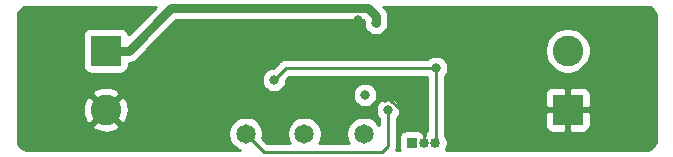
<source format=gbr>
%TF.GenerationSoftware,KiCad,Pcbnew,(5.1.10)-1*%
%TF.CreationDate,2021-06-27T21:28:02-04:00*%
%TF.ProjectId,PWM_Generator,50574d5f-4765-46e6-9572-61746f722e6b,rev?*%
%TF.SameCoordinates,Original*%
%TF.FileFunction,Copper,L2,Bot*%
%TF.FilePolarity,Positive*%
%FSLAX46Y46*%
G04 Gerber Fmt 4.6, Leading zero omitted, Abs format (unit mm)*
G04 Created by KiCad (PCBNEW (5.1.10)-1) date 2021-06-27 21:28:02*
%MOMM*%
%LPD*%
G01*
G04 APERTURE LIST*
%TA.AperFunction,ComponentPad*%
%ADD10O,0.850000X0.850000*%
%TD*%
%TA.AperFunction,ComponentPad*%
%ADD11R,0.850000X0.850000*%
%TD*%
%TA.AperFunction,ComponentPad*%
%ADD12C,1.651000*%
%TD*%
%TA.AperFunction,ComponentPad*%
%ADD13C,2.600000*%
%TD*%
%TA.AperFunction,ComponentPad*%
%ADD14R,2.600000X2.600000*%
%TD*%
%TA.AperFunction,ViaPad*%
%ADD15C,0.800000*%
%TD*%
%TA.AperFunction,Conductor*%
%ADD16C,0.762000*%
%TD*%
%TA.AperFunction,Conductor*%
%ADD17C,0.250000*%
%TD*%
%TA.AperFunction,Conductor*%
%ADD18C,0.254000*%
%TD*%
%TA.AperFunction,Conductor*%
%ADD19C,0.100000*%
%TD*%
G04 APERTURE END LIST*
D10*
%TO.P,J3,3*%
%TO.N,/OUT*%
X124936000Y-90678000D03*
%TO.P,J3,2*%
%TO.N,VCC*%
X123936000Y-90678000D03*
D11*
%TO.P,J3,1*%
%TO.N,GND*%
X122936000Y-90678000D03*
%TD*%
D12*
%TO.P,R3,3*%
%TO.N,Net-(D2-Pad1)*%
X118872000Y-89916000D03*
%TO.P,R3,2*%
%TO.N,/TRIG*%
X113850420Y-89916000D03*
%TO.P,R3,1*%
%TO.N,Net-(D3-Pad2)*%
X108872020Y-89916000D03*
%TD*%
D13*
%TO.P,J2,2*%
%TO.N,Net-(J2-Pad2)*%
X136144000Y-82884000D03*
D14*
%TO.P,J2,1*%
%TO.N,VCC*%
X136144000Y-87884000D03*
%TD*%
D13*
%TO.P,J1,2*%
%TO.N,VCC*%
X97028000Y-87884000D03*
D14*
%TO.P,J1,1*%
%TO.N,GND*%
X97028000Y-82884000D03*
%TD*%
D15*
%TO.N,GND*%
X119888000Y-80518000D03*
X118972499Y-86614000D03*
%TO.N,VCC*%
X111760000Y-87376000D03*
X111760000Y-81788000D03*
X118364000Y-80264000D03*
X120650000Y-86868000D03*
%TO.N,Net-(D3-Pad2)*%
X120904000Y-87884000D03*
%TO.N,/OUT*%
X111252000Y-85344000D03*
X124968000Y-84328000D03*
%TD*%
D16*
%TO.N,GND*%
X97028000Y-82884000D02*
X98980000Y-82884000D01*
X119888000Y-79952315D02*
X119888000Y-80518000D01*
X119218684Y-79282999D02*
X119888000Y-79952315D01*
X102581001Y-79282999D02*
X119218684Y-79282999D01*
X98980000Y-82884000D02*
X102581001Y-79282999D01*
D17*
%TO.N,VCC*%
X120961002Y-86868000D02*
X120650000Y-86868000D01*
X123936000Y-89842998D02*
X120961002Y-86868000D01*
X123936000Y-90678000D02*
X123936000Y-89842998D01*
%TO.N,Net-(D3-Pad2)*%
X120904000Y-87884000D02*
X120904000Y-90932000D01*
X120904000Y-90932000D02*
X120396000Y-91440000D01*
X110396020Y-91440000D02*
X108872020Y-89916000D01*
X120396000Y-91440000D02*
X110396020Y-91440000D01*
%TO.N,/OUT*%
X112268000Y-84328000D02*
X124968000Y-84328000D01*
X111252000Y-85344000D02*
X112268000Y-84328000D01*
X124968000Y-90646000D02*
X124936000Y-90678000D01*
X124968000Y-84328000D02*
X124968000Y-90646000D01*
%TD*%
D18*
%TO.N,VCC*%
X98955052Y-81472108D02*
X98953812Y-81459518D01*
X98917502Y-81339820D01*
X98858537Y-81229506D01*
X98779185Y-81132815D01*
X98682494Y-81053463D01*
X98572180Y-80994498D01*
X98452482Y-80958188D01*
X98328000Y-80945928D01*
X95728000Y-80945928D01*
X95603518Y-80958188D01*
X95483820Y-80994498D01*
X95373506Y-81053463D01*
X95276815Y-81132815D01*
X95197463Y-81229506D01*
X95138498Y-81339820D01*
X95102188Y-81459518D01*
X95089928Y-81584000D01*
X95089928Y-84184000D01*
X95102188Y-84308482D01*
X95138498Y-84428180D01*
X95197463Y-84538494D01*
X95276815Y-84635185D01*
X95373506Y-84714537D01*
X95483820Y-84773502D01*
X95603518Y-84809812D01*
X95728000Y-84822072D01*
X98328000Y-84822072D01*
X98452482Y-84809812D01*
X98572180Y-84773502D01*
X98682494Y-84714537D01*
X98779185Y-84635185D01*
X98858537Y-84538494D01*
X98917502Y-84428180D01*
X98953812Y-84308482D01*
X98966072Y-84184000D01*
X98966072Y-83903543D01*
X98980000Y-83904915D01*
X99029902Y-83900000D01*
X99179171Y-83885298D01*
X99370687Y-83827202D01*
X99547190Y-83732860D01*
X99701896Y-83605896D01*
X99733712Y-83567128D01*
X100607421Y-82693419D01*
X134209000Y-82693419D01*
X134209000Y-83074581D01*
X134283361Y-83448419D01*
X134429225Y-83800566D01*
X134640987Y-84117491D01*
X134910509Y-84387013D01*
X135227434Y-84598775D01*
X135579581Y-84744639D01*
X135953419Y-84819000D01*
X136334581Y-84819000D01*
X136708419Y-84744639D01*
X137060566Y-84598775D01*
X137377491Y-84387013D01*
X137647013Y-84117491D01*
X137858775Y-83800566D01*
X138004639Y-83448419D01*
X138079000Y-83074581D01*
X138079000Y-82693419D01*
X138004639Y-82319581D01*
X137858775Y-81967434D01*
X137647013Y-81650509D01*
X137377491Y-81380987D01*
X137060566Y-81169225D01*
X136708419Y-81023361D01*
X136334581Y-80949000D01*
X135953419Y-80949000D01*
X135579581Y-81023361D01*
X135227434Y-81169225D01*
X134910509Y-81380987D01*
X134640987Y-81650509D01*
X134429225Y-81967434D01*
X134283361Y-82319581D01*
X134209000Y-82693419D01*
X100607421Y-82693419D01*
X103001842Y-80298999D01*
X118797844Y-80298999D01*
X118863271Y-80364426D01*
X118853000Y-80416061D01*
X118853000Y-80619939D01*
X118892774Y-80819898D01*
X118970795Y-81008256D01*
X119084063Y-81177774D01*
X119228226Y-81321937D01*
X119397744Y-81435205D01*
X119586102Y-81513226D01*
X119786061Y-81553000D01*
X119989939Y-81553000D01*
X120189898Y-81513226D01*
X120378256Y-81435205D01*
X120547774Y-81321937D01*
X120691937Y-81177774D01*
X120805205Y-81008256D01*
X120883226Y-80819898D01*
X120923000Y-80619939D01*
X120923000Y-80416061D01*
X120904000Y-80320541D01*
X120904000Y-80002217D01*
X120908915Y-79952315D01*
X120889298Y-79753144D01*
X120831202Y-79561628D01*
X120815727Y-79532676D01*
X120736860Y-79385125D01*
X120609896Y-79230419D01*
X120571127Y-79198602D01*
X120518525Y-79146000D01*
X142715723Y-79146000D01*
X142915200Y-79165559D01*
X143076041Y-79214120D01*
X143224378Y-79292992D01*
X143354574Y-79399176D01*
X143461664Y-79528626D01*
X143541572Y-79676414D01*
X143591252Y-79836902D01*
X143612001Y-80034316D01*
X143612000Y-90391723D01*
X143592441Y-90591204D01*
X143543881Y-90752040D01*
X143465008Y-90900378D01*
X143358822Y-91030575D01*
X143229372Y-91137665D01*
X143081586Y-91217572D01*
X142921094Y-91267253D01*
X142723695Y-91288000D01*
X125803262Y-91288000D01*
X125875360Y-91180098D01*
X125955265Y-90987191D01*
X125996000Y-90782401D01*
X125996000Y-90573599D01*
X125955265Y-90368809D01*
X125875360Y-90175902D01*
X125759356Y-90002289D01*
X125728000Y-89970933D01*
X125728000Y-89184000D01*
X134205928Y-89184000D01*
X134218188Y-89308482D01*
X134254498Y-89428180D01*
X134313463Y-89538494D01*
X134392815Y-89635185D01*
X134489506Y-89714537D01*
X134599820Y-89773502D01*
X134719518Y-89809812D01*
X134844000Y-89822072D01*
X135858250Y-89819000D01*
X136017000Y-89660250D01*
X136017000Y-88011000D01*
X136271000Y-88011000D01*
X136271000Y-89660250D01*
X136429750Y-89819000D01*
X137444000Y-89822072D01*
X137568482Y-89809812D01*
X137688180Y-89773502D01*
X137798494Y-89714537D01*
X137895185Y-89635185D01*
X137974537Y-89538494D01*
X138033502Y-89428180D01*
X138069812Y-89308482D01*
X138082072Y-89184000D01*
X138079000Y-88169750D01*
X137920250Y-88011000D01*
X136271000Y-88011000D01*
X136017000Y-88011000D01*
X134367750Y-88011000D01*
X134209000Y-88169750D01*
X134205928Y-89184000D01*
X125728000Y-89184000D01*
X125728000Y-86584000D01*
X134205928Y-86584000D01*
X134209000Y-87598250D01*
X134367750Y-87757000D01*
X136017000Y-87757000D01*
X136017000Y-86107750D01*
X136271000Y-86107750D01*
X136271000Y-87757000D01*
X137920250Y-87757000D01*
X138079000Y-87598250D01*
X138082072Y-86584000D01*
X138069812Y-86459518D01*
X138033502Y-86339820D01*
X137974537Y-86229506D01*
X137895185Y-86132815D01*
X137798494Y-86053463D01*
X137688180Y-85994498D01*
X137568482Y-85958188D01*
X137444000Y-85945928D01*
X136429750Y-85949000D01*
X136271000Y-86107750D01*
X136017000Y-86107750D01*
X135858250Y-85949000D01*
X134844000Y-85945928D01*
X134719518Y-85958188D01*
X134599820Y-85994498D01*
X134489506Y-86053463D01*
X134392815Y-86132815D01*
X134313463Y-86229506D01*
X134254498Y-86339820D01*
X134218188Y-86459518D01*
X134205928Y-86584000D01*
X125728000Y-86584000D01*
X125728000Y-85031711D01*
X125771937Y-84987774D01*
X125885205Y-84818256D01*
X125963226Y-84629898D01*
X126003000Y-84429939D01*
X126003000Y-84226061D01*
X125963226Y-84026102D01*
X125885205Y-83837744D01*
X125771937Y-83668226D01*
X125627774Y-83524063D01*
X125458256Y-83410795D01*
X125269898Y-83332774D01*
X125069939Y-83293000D01*
X124866061Y-83293000D01*
X124666102Y-83332774D01*
X124477744Y-83410795D01*
X124308226Y-83524063D01*
X124264289Y-83568000D01*
X112305322Y-83568000D01*
X112268000Y-83564324D01*
X112230677Y-83568000D01*
X112230667Y-83568000D01*
X112119014Y-83578997D01*
X111975753Y-83622454D01*
X111843723Y-83693026D01*
X111795187Y-83732859D01*
X111727999Y-83787999D01*
X111704201Y-83816997D01*
X111212199Y-84309000D01*
X111150061Y-84309000D01*
X110950102Y-84348774D01*
X110761744Y-84426795D01*
X110592226Y-84540063D01*
X110448063Y-84684226D01*
X110334795Y-84853744D01*
X110256774Y-85042102D01*
X110217000Y-85242061D01*
X110217000Y-85445939D01*
X110256774Y-85645898D01*
X110334795Y-85834256D01*
X110448063Y-86003774D01*
X110592226Y-86147937D01*
X110761744Y-86261205D01*
X110950102Y-86339226D01*
X111150061Y-86379000D01*
X111353939Y-86379000D01*
X111553898Y-86339226D01*
X111742256Y-86261205D01*
X111911774Y-86147937D01*
X112055937Y-86003774D01*
X112169205Y-85834256D01*
X112247226Y-85645898D01*
X112287000Y-85445939D01*
X112287000Y-85383801D01*
X112582802Y-85088000D01*
X124208000Y-85088000D01*
X124208001Y-89672558D01*
X124063000Y-89785743D01*
X124063000Y-90076587D01*
X123996640Y-90175902D01*
X123992470Y-90185969D01*
X123986812Y-90128518D01*
X123950502Y-90008820D01*
X123891537Y-89898506D01*
X123812185Y-89801815D01*
X123809000Y-89799201D01*
X123809000Y-89785743D01*
X123645938Y-89658460D01*
X123613917Y-89668168D01*
X123605180Y-89663498D01*
X123485482Y-89627188D01*
X123361000Y-89614928D01*
X122511000Y-89614928D01*
X122386518Y-89627188D01*
X122266820Y-89663498D01*
X122156506Y-89722463D01*
X122059815Y-89801815D01*
X121980463Y-89898506D01*
X121921498Y-90008820D01*
X121885188Y-90128518D01*
X121872928Y-90253000D01*
X121872928Y-91103000D01*
X121885188Y-91227482D01*
X121903546Y-91288000D01*
X121575469Y-91288000D01*
X121609546Y-91224247D01*
X121653003Y-91080986D01*
X121664000Y-90969333D01*
X121664000Y-90969324D01*
X121667676Y-90932001D01*
X121664000Y-90894678D01*
X121664000Y-88587711D01*
X121707937Y-88543774D01*
X121821205Y-88374256D01*
X121899226Y-88185898D01*
X121939000Y-87985939D01*
X121939000Y-87782061D01*
X121899226Y-87582102D01*
X121821205Y-87393744D01*
X121707937Y-87224226D01*
X121563774Y-87080063D01*
X121394256Y-86966795D01*
X121205898Y-86888774D01*
X121005939Y-86849000D01*
X120802061Y-86849000D01*
X120602102Y-86888774D01*
X120413744Y-86966795D01*
X120244226Y-87080063D01*
X120100063Y-87224226D01*
X119986795Y-87393744D01*
X119908774Y-87582102D01*
X119869000Y-87782061D01*
X119869000Y-87985939D01*
X119908774Y-88185898D01*
X119986795Y-88374256D01*
X120100063Y-88543774D01*
X120144000Y-88587711D01*
X120144000Y-89190852D01*
X120006445Y-88984985D01*
X119803015Y-88781555D01*
X119563806Y-88621721D01*
X119298012Y-88511626D01*
X119015847Y-88455500D01*
X118728153Y-88455500D01*
X118445988Y-88511626D01*
X118180194Y-88621721D01*
X117940985Y-88781555D01*
X117737555Y-88984985D01*
X117577721Y-89224194D01*
X117467626Y-89489988D01*
X117411500Y-89772153D01*
X117411500Y-90059847D01*
X117467626Y-90342012D01*
X117577721Y-90607806D01*
X117625959Y-90680000D01*
X115096461Y-90680000D01*
X115144699Y-90607806D01*
X115254794Y-90342012D01*
X115310920Y-90059847D01*
X115310920Y-89772153D01*
X115254794Y-89489988D01*
X115144699Y-89224194D01*
X114984865Y-88984985D01*
X114781435Y-88781555D01*
X114542226Y-88621721D01*
X114276432Y-88511626D01*
X113994267Y-88455500D01*
X113706573Y-88455500D01*
X113424408Y-88511626D01*
X113158614Y-88621721D01*
X112919405Y-88781555D01*
X112715975Y-88984985D01*
X112556141Y-89224194D01*
X112446046Y-89489988D01*
X112389920Y-89772153D01*
X112389920Y-90059847D01*
X112446046Y-90342012D01*
X112556141Y-90607806D01*
X112604379Y-90680000D01*
X110710823Y-90680000D01*
X110292394Y-90261572D01*
X110332520Y-90059847D01*
X110332520Y-89772153D01*
X110276394Y-89489988D01*
X110166299Y-89224194D01*
X110006465Y-88984985D01*
X109803035Y-88781555D01*
X109563826Y-88621721D01*
X109298032Y-88511626D01*
X109015867Y-88455500D01*
X108728173Y-88455500D01*
X108446008Y-88511626D01*
X108180214Y-88621721D01*
X107941005Y-88781555D01*
X107737575Y-88984985D01*
X107577741Y-89224194D01*
X107467646Y-89489988D01*
X107411520Y-89772153D01*
X107411520Y-90059847D01*
X107467646Y-90342012D01*
X107577741Y-90607806D01*
X107737575Y-90847015D01*
X107941005Y-91050445D01*
X108180214Y-91210279D01*
X108367850Y-91288000D01*
X90456277Y-91288000D01*
X90256796Y-91268441D01*
X90095960Y-91219881D01*
X89947622Y-91141008D01*
X89817425Y-91034822D01*
X89710335Y-90905372D01*
X89630428Y-90757586D01*
X89580747Y-90597094D01*
X89560000Y-90399695D01*
X89560000Y-89233224D01*
X95858381Y-89233224D01*
X95990317Y-89528312D01*
X96331045Y-89699159D01*
X96698557Y-89800250D01*
X97078729Y-89827701D01*
X97456951Y-89780457D01*
X97818690Y-89660333D01*
X98065683Y-89528312D01*
X98197619Y-89233224D01*
X97028000Y-88063605D01*
X95858381Y-89233224D01*
X89560000Y-89233224D01*
X89560000Y-87934729D01*
X95084299Y-87934729D01*
X95131543Y-88312951D01*
X95251667Y-88674690D01*
X95383688Y-88921683D01*
X95678776Y-89053619D01*
X96848395Y-87884000D01*
X97207605Y-87884000D01*
X98377224Y-89053619D01*
X98672312Y-88921683D01*
X98843159Y-88580955D01*
X98944250Y-88213443D01*
X98971701Y-87833271D01*
X98924457Y-87455049D01*
X98804333Y-87093310D01*
X98672312Y-86846317D01*
X98377224Y-86714381D01*
X97207605Y-87884000D01*
X96848395Y-87884000D01*
X95678776Y-86714381D01*
X95383688Y-86846317D01*
X95212841Y-87187045D01*
X95111750Y-87554557D01*
X95084299Y-87934729D01*
X89560000Y-87934729D01*
X89560000Y-86534776D01*
X95858381Y-86534776D01*
X97028000Y-87704395D01*
X98197619Y-86534776D01*
X98187463Y-86512061D01*
X117937499Y-86512061D01*
X117937499Y-86715939D01*
X117977273Y-86915898D01*
X118055294Y-87104256D01*
X118168562Y-87273774D01*
X118312725Y-87417937D01*
X118482243Y-87531205D01*
X118670601Y-87609226D01*
X118870560Y-87649000D01*
X119074438Y-87649000D01*
X119274397Y-87609226D01*
X119462755Y-87531205D01*
X119632273Y-87417937D01*
X119776436Y-87273774D01*
X119889704Y-87104256D01*
X119967725Y-86915898D01*
X120007499Y-86715939D01*
X120007499Y-86512061D01*
X119967725Y-86312102D01*
X119889704Y-86123744D01*
X119776436Y-85954226D01*
X119632273Y-85810063D01*
X119462755Y-85696795D01*
X119274397Y-85618774D01*
X119074438Y-85579000D01*
X118870560Y-85579000D01*
X118670601Y-85618774D01*
X118482243Y-85696795D01*
X118312725Y-85810063D01*
X118168562Y-85954226D01*
X118055294Y-86123744D01*
X117977273Y-86312102D01*
X117937499Y-86512061D01*
X98187463Y-86512061D01*
X98065683Y-86239688D01*
X97724955Y-86068841D01*
X97357443Y-85967750D01*
X96977271Y-85940299D01*
X96599049Y-85987543D01*
X96237310Y-86107667D01*
X95990317Y-86239688D01*
X95858381Y-86534776D01*
X89560000Y-86534776D01*
X89560000Y-80042277D01*
X89579559Y-79842800D01*
X89628120Y-79681959D01*
X89706992Y-79533622D01*
X89813176Y-79403426D01*
X89942626Y-79296336D01*
X90090414Y-79216428D01*
X90250902Y-79166748D01*
X90448306Y-79146000D01*
X101281159Y-79146000D01*
X98955052Y-81472108D01*
%TA.AperFunction,Conductor*%
D19*
G36*
X98955052Y-81472108D02*
G01*
X98953812Y-81459518D01*
X98917502Y-81339820D01*
X98858537Y-81229506D01*
X98779185Y-81132815D01*
X98682494Y-81053463D01*
X98572180Y-80994498D01*
X98452482Y-80958188D01*
X98328000Y-80945928D01*
X95728000Y-80945928D01*
X95603518Y-80958188D01*
X95483820Y-80994498D01*
X95373506Y-81053463D01*
X95276815Y-81132815D01*
X95197463Y-81229506D01*
X95138498Y-81339820D01*
X95102188Y-81459518D01*
X95089928Y-81584000D01*
X95089928Y-84184000D01*
X95102188Y-84308482D01*
X95138498Y-84428180D01*
X95197463Y-84538494D01*
X95276815Y-84635185D01*
X95373506Y-84714537D01*
X95483820Y-84773502D01*
X95603518Y-84809812D01*
X95728000Y-84822072D01*
X98328000Y-84822072D01*
X98452482Y-84809812D01*
X98572180Y-84773502D01*
X98682494Y-84714537D01*
X98779185Y-84635185D01*
X98858537Y-84538494D01*
X98917502Y-84428180D01*
X98953812Y-84308482D01*
X98966072Y-84184000D01*
X98966072Y-83903543D01*
X98980000Y-83904915D01*
X99029902Y-83900000D01*
X99179171Y-83885298D01*
X99370687Y-83827202D01*
X99547190Y-83732860D01*
X99701896Y-83605896D01*
X99733712Y-83567128D01*
X100607421Y-82693419D01*
X134209000Y-82693419D01*
X134209000Y-83074581D01*
X134283361Y-83448419D01*
X134429225Y-83800566D01*
X134640987Y-84117491D01*
X134910509Y-84387013D01*
X135227434Y-84598775D01*
X135579581Y-84744639D01*
X135953419Y-84819000D01*
X136334581Y-84819000D01*
X136708419Y-84744639D01*
X137060566Y-84598775D01*
X137377491Y-84387013D01*
X137647013Y-84117491D01*
X137858775Y-83800566D01*
X138004639Y-83448419D01*
X138079000Y-83074581D01*
X138079000Y-82693419D01*
X138004639Y-82319581D01*
X137858775Y-81967434D01*
X137647013Y-81650509D01*
X137377491Y-81380987D01*
X137060566Y-81169225D01*
X136708419Y-81023361D01*
X136334581Y-80949000D01*
X135953419Y-80949000D01*
X135579581Y-81023361D01*
X135227434Y-81169225D01*
X134910509Y-81380987D01*
X134640987Y-81650509D01*
X134429225Y-81967434D01*
X134283361Y-82319581D01*
X134209000Y-82693419D01*
X100607421Y-82693419D01*
X103001842Y-80298999D01*
X118797844Y-80298999D01*
X118863271Y-80364426D01*
X118853000Y-80416061D01*
X118853000Y-80619939D01*
X118892774Y-80819898D01*
X118970795Y-81008256D01*
X119084063Y-81177774D01*
X119228226Y-81321937D01*
X119397744Y-81435205D01*
X119586102Y-81513226D01*
X119786061Y-81553000D01*
X119989939Y-81553000D01*
X120189898Y-81513226D01*
X120378256Y-81435205D01*
X120547774Y-81321937D01*
X120691937Y-81177774D01*
X120805205Y-81008256D01*
X120883226Y-80819898D01*
X120923000Y-80619939D01*
X120923000Y-80416061D01*
X120904000Y-80320541D01*
X120904000Y-80002217D01*
X120908915Y-79952315D01*
X120889298Y-79753144D01*
X120831202Y-79561628D01*
X120815727Y-79532676D01*
X120736860Y-79385125D01*
X120609896Y-79230419D01*
X120571127Y-79198602D01*
X120518525Y-79146000D01*
X142715723Y-79146000D01*
X142915200Y-79165559D01*
X143076041Y-79214120D01*
X143224378Y-79292992D01*
X143354574Y-79399176D01*
X143461664Y-79528626D01*
X143541572Y-79676414D01*
X143591252Y-79836902D01*
X143612001Y-80034316D01*
X143612000Y-90391723D01*
X143592441Y-90591204D01*
X143543881Y-90752040D01*
X143465008Y-90900378D01*
X143358822Y-91030575D01*
X143229372Y-91137665D01*
X143081586Y-91217572D01*
X142921094Y-91267253D01*
X142723695Y-91288000D01*
X125803262Y-91288000D01*
X125875360Y-91180098D01*
X125955265Y-90987191D01*
X125996000Y-90782401D01*
X125996000Y-90573599D01*
X125955265Y-90368809D01*
X125875360Y-90175902D01*
X125759356Y-90002289D01*
X125728000Y-89970933D01*
X125728000Y-89184000D01*
X134205928Y-89184000D01*
X134218188Y-89308482D01*
X134254498Y-89428180D01*
X134313463Y-89538494D01*
X134392815Y-89635185D01*
X134489506Y-89714537D01*
X134599820Y-89773502D01*
X134719518Y-89809812D01*
X134844000Y-89822072D01*
X135858250Y-89819000D01*
X136017000Y-89660250D01*
X136017000Y-88011000D01*
X136271000Y-88011000D01*
X136271000Y-89660250D01*
X136429750Y-89819000D01*
X137444000Y-89822072D01*
X137568482Y-89809812D01*
X137688180Y-89773502D01*
X137798494Y-89714537D01*
X137895185Y-89635185D01*
X137974537Y-89538494D01*
X138033502Y-89428180D01*
X138069812Y-89308482D01*
X138082072Y-89184000D01*
X138079000Y-88169750D01*
X137920250Y-88011000D01*
X136271000Y-88011000D01*
X136017000Y-88011000D01*
X134367750Y-88011000D01*
X134209000Y-88169750D01*
X134205928Y-89184000D01*
X125728000Y-89184000D01*
X125728000Y-86584000D01*
X134205928Y-86584000D01*
X134209000Y-87598250D01*
X134367750Y-87757000D01*
X136017000Y-87757000D01*
X136017000Y-86107750D01*
X136271000Y-86107750D01*
X136271000Y-87757000D01*
X137920250Y-87757000D01*
X138079000Y-87598250D01*
X138082072Y-86584000D01*
X138069812Y-86459518D01*
X138033502Y-86339820D01*
X137974537Y-86229506D01*
X137895185Y-86132815D01*
X137798494Y-86053463D01*
X137688180Y-85994498D01*
X137568482Y-85958188D01*
X137444000Y-85945928D01*
X136429750Y-85949000D01*
X136271000Y-86107750D01*
X136017000Y-86107750D01*
X135858250Y-85949000D01*
X134844000Y-85945928D01*
X134719518Y-85958188D01*
X134599820Y-85994498D01*
X134489506Y-86053463D01*
X134392815Y-86132815D01*
X134313463Y-86229506D01*
X134254498Y-86339820D01*
X134218188Y-86459518D01*
X134205928Y-86584000D01*
X125728000Y-86584000D01*
X125728000Y-85031711D01*
X125771937Y-84987774D01*
X125885205Y-84818256D01*
X125963226Y-84629898D01*
X126003000Y-84429939D01*
X126003000Y-84226061D01*
X125963226Y-84026102D01*
X125885205Y-83837744D01*
X125771937Y-83668226D01*
X125627774Y-83524063D01*
X125458256Y-83410795D01*
X125269898Y-83332774D01*
X125069939Y-83293000D01*
X124866061Y-83293000D01*
X124666102Y-83332774D01*
X124477744Y-83410795D01*
X124308226Y-83524063D01*
X124264289Y-83568000D01*
X112305322Y-83568000D01*
X112268000Y-83564324D01*
X112230677Y-83568000D01*
X112230667Y-83568000D01*
X112119014Y-83578997D01*
X111975753Y-83622454D01*
X111843723Y-83693026D01*
X111795187Y-83732859D01*
X111727999Y-83787999D01*
X111704201Y-83816997D01*
X111212199Y-84309000D01*
X111150061Y-84309000D01*
X110950102Y-84348774D01*
X110761744Y-84426795D01*
X110592226Y-84540063D01*
X110448063Y-84684226D01*
X110334795Y-84853744D01*
X110256774Y-85042102D01*
X110217000Y-85242061D01*
X110217000Y-85445939D01*
X110256774Y-85645898D01*
X110334795Y-85834256D01*
X110448063Y-86003774D01*
X110592226Y-86147937D01*
X110761744Y-86261205D01*
X110950102Y-86339226D01*
X111150061Y-86379000D01*
X111353939Y-86379000D01*
X111553898Y-86339226D01*
X111742256Y-86261205D01*
X111911774Y-86147937D01*
X112055937Y-86003774D01*
X112169205Y-85834256D01*
X112247226Y-85645898D01*
X112287000Y-85445939D01*
X112287000Y-85383801D01*
X112582802Y-85088000D01*
X124208000Y-85088000D01*
X124208001Y-89672558D01*
X124063000Y-89785743D01*
X124063000Y-90076587D01*
X123996640Y-90175902D01*
X123992470Y-90185969D01*
X123986812Y-90128518D01*
X123950502Y-90008820D01*
X123891537Y-89898506D01*
X123812185Y-89801815D01*
X123809000Y-89799201D01*
X123809000Y-89785743D01*
X123645938Y-89658460D01*
X123613917Y-89668168D01*
X123605180Y-89663498D01*
X123485482Y-89627188D01*
X123361000Y-89614928D01*
X122511000Y-89614928D01*
X122386518Y-89627188D01*
X122266820Y-89663498D01*
X122156506Y-89722463D01*
X122059815Y-89801815D01*
X121980463Y-89898506D01*
X121921498Y-90008820D01*
X121885188Y-90128518D01*
X121872928Y-90253000D01*
X121872928Y-91103000D01*
X121885188Y-91227482D01*
X121903546Y-91288000D01*
X121575469Y-91288000D01*
X121609546Y-91224247D01*
X121653003Y-91080986D01*
X121664000Y-90969333D01*
X121664000Y-90969324D01*
X121667676Y-90932001D01*
X121664000Y-90894678D01*
X121664000Y-88587711D01*
X121707937Y-88543774D01*
X121821205Y-88374256D01*
X121899226Y-88185898D01*
X121939000Y-87985939D01*
X121939000Y-87782061D01*
X121899226Y-87582102D01*
X121821205Y-87393744D01*
X121707937Y-87224226D01*
X121563774Y-87080063D01*
X121394256Y-86966795D01*
X121205898Y-86888774D01*
X121005939Y-86849000D01*
X120802061Y-86849000D01*
X120602102Y-86888774D01*
X120413744Y-86966795D01*
X120244226Y-87080063D01*
X120100063Y-87224226D01*
X119986795Y-87393744D01*
X119908774Y-87582102D01*
X119869000Y-87782061D01*
X119869000Y-87985939D01*
X119908774Y-88185898D01*
X119986795Y-88374256D01*
X120100063Y-88543774D01*
X120144000Y-88587711D01*
X120144000Y-89190852D01*
X120006445Y-88984985D01*
X119803015Y-88781555D01*
X119563806Y-88621721D01*
X119298012Y-88511626D01*
X119015847Y-88455500D01*
X118728153Y-88455500D01*
X118445988Y-88511626D01*
X118180194Y-88621721D01*
X117940985Y-88781555D01*
X117737555Y-88984985D01*
X117577721Y-89224194D01*
X117467626Y-89489988D01*
X117411500Y-89772153D01*
X117411500Y-90059847D01*
X117467626Y-90342012D01*
X117577721Y-90607806D01*
X117625959Y-90680000D01*
X115096461Y-90680000D01*
X115144699Y-90607806D01*
X115254794Y-90342012D01*
X115310920Y-90059847D01*
X115310920Y-89772153D01*
X115254794Y-89489988D01*
X115144699Y-89224194D01*
X114984865Y-88984985D01*
X114781435Y-88781555D01*
X114542226Y-88621721D01*
X114276432Y-88511626D01*
X113994267Y-88455500D01*
X113706573Y-88455500D01*
X113424408Y-88511626D01*
X113158614Y-88621721D01*
X112919405Y-88781555D01*
X112715975Y-88984985D01*
X112556141Y-89224194D01*
X112446046Y-89489988D01*
X112389920Y-89772153D01*
X112389920Y-90059847D01*
X112446046Y-90342012D01*
X112556141Y-90607806D01*
X112604379Y-90680000D01*
X110710823Y-90680000D01*
X110292394Y-90261572D01*
X110332520Y-90059847D01*
X110332520Y-89772153D01*
X110276394Y-89489988D01*
X110166299Y-89224194D01*
X110006465Y-88984985D01*
X109803035Y-88781555D01*
X109563826Y-88621721D01*
X109298032Y-88511626D01*
X109015867Y-88455500D01*
X108728173Y-88455500D01*
X108446008Y-88511626D01*
X108180214Y-88621721D01*
X107941005Y-88781555D01*
X107737575Y-88984985D01*
X107577741Y-89224194D01*
X107467646Y-89489988D01*
X107411520Y-89772153D01*
X107411520Y-90059847D01*
X107467646Y-90342012D01*
X107577741Y-90607806D01*
X107737575Y-90847015D01*
X107941005Y-91050445D01*
X108180214Y-91210279D01*
X108367850Y-91288000D01*
X90456277Y-91288000D01*
X90256796Y-91268441D01*
X90095960Y-91219881D01*
X89947622Y-91141008D01*
X89817425Y-91034822D01*
X89710335Y-90905372D01*
X89630428Y-90757586D01*
X89580747Y-90597094D01*
X89560000Y-90399695D01*
X89560000Y-89233224D01*
X95858381Y-89233224D01*
X95990317Y-89528312D01*
X96331045Y-89699159D01*
X96698557Y-89800250D01*
X97078729Y-89827701D01*
X97456951Y-89780457D01*
X97818690Y-89660333D01*
X98065683Y-89528312D01*
X98197619Y-89233224D01*
X97028000Y-88063605D01*
X95858381Y-89233224D01*
X89560000Y-89233224D01*
X89560000Y-87934729D01*
X95084299Y-87934729D01*
X95131543Y-88312951D01*
X95251667Y-88674690D01*
X95383688Y-88921683D01*
X95678776Y-89053619D01*
X96848395Y-87884000D01*
X97207605Y-87884000D01*
X98377224Y-89053619D01*
X98672312Y-88921683D01*
X98843159Y-88580955D01*
X98944250Y-88213443D01*
X98971701Y-87833271D01*
X98924457Y-87455049D01*
X98804333Y-87093310D01*
X98672312Y-86846317D01*
X98377224Y-86714381D01*
X97207605Y-87884000D01*
X96848395Y-87884000D01*
X95678776Y-86714381D01*
X95383688Y-86846317D01*
X95212841Y-87187045D01*
X95111750Y-87554557D01*
X95084299Y-87934729D01*
X89560000Y-87934729D01*
X89560000Y-86534776D01*
X95858381Y-86534776D01*
X97028000Y-87704395D01*
X98197619Y-86534776D01*
X98187463Y-86512061D01*
X117937499Y-86512061D01*
X117937499Y-86715939D01*
X117977273Y-86915898D01*
X118055294Y-87104256D01*
X118168562Y-87273774D01*
X118312725Y-87417937D01*
X118482243Y-87531205D01*
X118670601Y-87609226D01*
X118870560Y-87649000D01*
X119074438Y-87649000D01*
X119274397Y-87609226D01*
X119462755Y-87531205D01*
X119632273Y-87417937D01*
X119776436Y-87273774D01*
X119889704Y-87104256D01*
X119967725Y-86915898D01*
X120007499Y-86715939D01*
X120007499Y-86512061D01*
X119967725Y-86312102D01*
X119889704Y-86123744D01*
X119776436Y-85954226D01*
X119632273Y-85810063D01*
X119462755Y-85696795D01*
X119274397Y-85618774D01*
X119074438Y-85579000D01*
X118870560Y-85579000D01*
X118670601Y-85618774D01*
X118482243Y-85696795D01*
X118312725Y-85810063D01*
X118168562Y-85954226D01*
X118055294Y-86123744D01*
X117977273Y-86312102D01*
X117937499Y-86512061D01*
X98187463Y-86512061D01*
X98065683Y-86239688D01*
X97724955Y-86068841D01*
X97357443Y-85967750D01*
X96977271Y-85940299D01*
X96599049Y-85987543D01*
X96237310Y-86107667D01*
X95990317Y-86239688D01*
X95858381Y-86534776D01*
X89560000Y-86534776D01*
X89560000Y-80042277D01*
X89579559Y-79842800D01*
X89628120Y-79681959D01*
X89706992Y-79533622D01*
X89813176Y-79403426D01*
X89942626Y-79296336D01*
X90090414Y-79216428D01*
X90250902Y-79166748D01*
X90448306Y-79146000D01*
X101281159Y-79146000D01*
X98955052Y-81472108D01*
G37*
%TD.AperFunction*%
%TD*%
M02*

</source>
